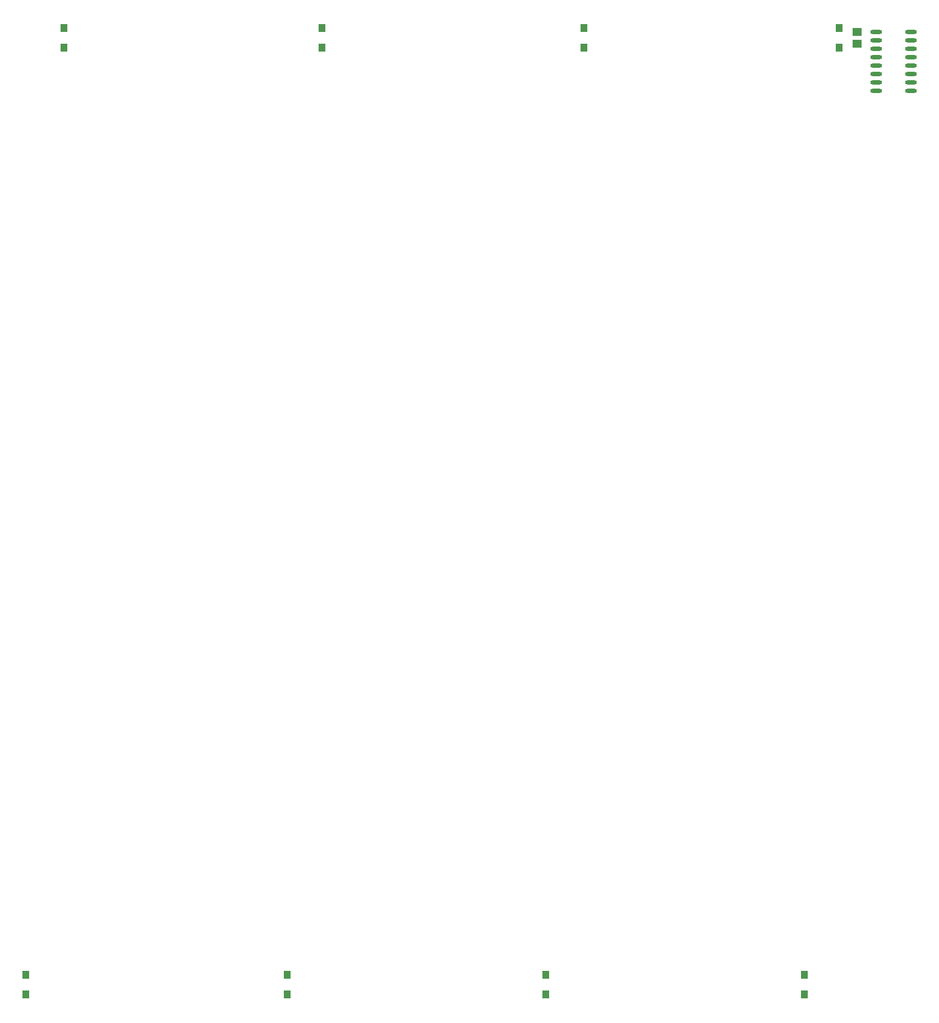
<source format=gbr>
%TF.GenerationSoftware,KiCad,Pcbnew,(5.1.4)-1*%
%TF.CreationDate,2020-05-13T01:14:08+08:00*%
%TF.ProjectId,LPF,4c50462e-6b69-4636-9164-5f7063625858,rev?*%
%TF.SameCoordinates,Original*%
%TF.FileFunction,Paste,Top*%
%TF.FilePolarity,Positive*%
%FSLAX46Y46*%
G04 Gerber Fmt 4.6, Leading zero omitted, Abs format (unit mm)*
G04 Created by KiCad (PCBNEW (5.1.4)-1) date 2020-05-13 01:14:08*
%MOMM*%
%LPD*%
G04 APERTURE LIST*
%ADD10O,1.800000X0.600000*%
%ADD11R,1.000000X1.250000*%
%ADD12R,1.470000X1.160000*%
G04 APERTURE END LIST*
D10*
X171900000Y-31945000D03*
X171900000Y-30675000D03*
X171900000Y-29405000D03*
X171900000Y-28135000D03*
X171900000Y-26865000D03*
X171900000Y-25595000D03*
X171900000Y-24325000D03*
X171900000Y-23055000D03*
X177100000Y-23055000D03*
X177100000Y-24325000D03*
X177100000Y-25595000D03*
X177100000Y-26865000D03*
X177100000Y-28135000D03*
X177100000Y-29405000D03*
X177100000Y-30675000D03*
X177100000Y-31945000D03*
D11*
X166250000Y-22525000D03*
X166250000Y-25475000D03*
X127750000Y-22525000D03*
X127750000Y-25475000D03*
X161000000Y-168475000D03*
X161000000Y-165525000D03*
X122000000Y-168475000D03*
X122000000Y-165525000D03*
X88250000Y-22525000D03*
X88250000Y-25475000D03*
X83000000Y-168475000D03*
X83000000Y-165525000D03*
X49250000Y-22525000D03*
X49250000Y-25475000D03*
X43500000Y-168475000D03*
X43500000Y-165525000D03*
D12*
X169000000Y-24890000D03*
X169000000Y-23110000D03*
M02*

</source>
